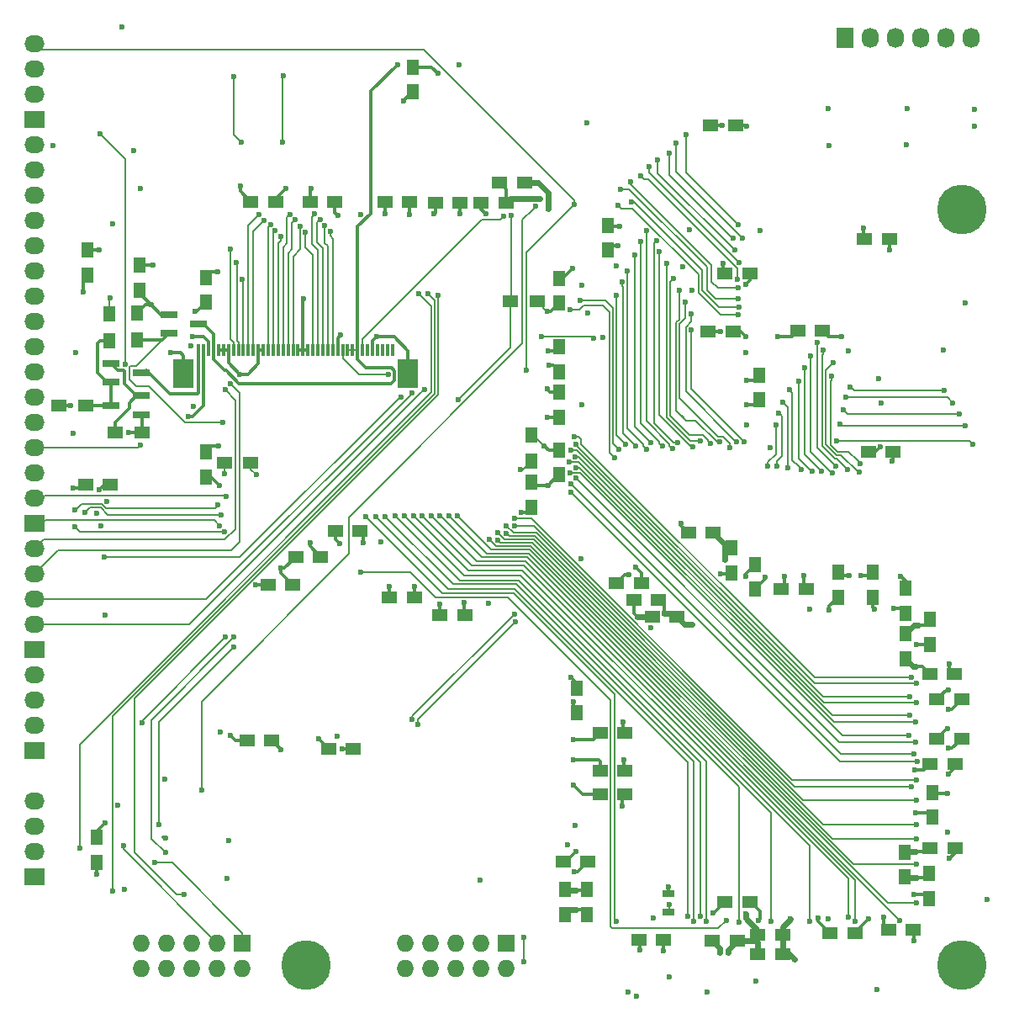
<source format=gbl>
G04 #@! TF.FileFunction,Copper,L4,Bot,Signal*
%FSLAX46Y46*%
G04 Gerber Fmt 4.6, Leading zero omitted, Abs format (unit mm)*
G04 Created by KiCad (PCBNEW 0.201602281447+6595~42~ubuntu14.04.1-product) date fre  4 mar 2016 01:41:54*
%MOMM*%
G01*
G04 APERTURE LIST*
%ADD10C,0.100000*%
%ADD11C,5.000000*%
%ADD12R,1.727200X1.727200*%
%ADD13O,1.727200X1.727200*%
%ADD14R,0.300000X1.250000*%
%ADD15R,2.000000X3.000000*%
%ADD16R,1.800860X0.800100*%
%ADD17R,2.032000X1.727200*%
%ADD18O,2.032000X1.727200*%
%ADD19R,1.727200X2.032000*%
%ADD20O,1.727200X2.032000*%
%ADD21R,1.300000X1.500000*%
%ADD22R,1.500000X1.300000*%
%ADD23R,1.300000X0.700000*%
%ADD24R,1.250000X1.500000*%
%ADD25R,1.500000X1.250000*%
%ADD26C,0.600000*%
%ADD27C,0.304800*%
%ADD28C,0.165100*%
%ADD29C,0.609600*%
G04 APERTURE END LIST*
D10*
D11*
X115000000Y-146000000D03*
X181000000Y-70000000D03*
D12*
X108600000Y-143800000D03*
D13*
X108600000Y-146340000D03*
X106060000Y-143800000D03*
X106060000Y-146340000D03*
X103520000Y-143800000D03*
X103520000Y-146340000D03*
X100980000Y-143800000D03*
X100980000Y-146340000D03*
X98440000Y-143800000D03*
X98440000Y-146340000D03*
D12*
X135180000Y-143800000D03*
D13*
X135180000Y-146340000D03*
X132640000Y-143800000D03*
X132640000Y-146340000D03*
X130100000Y-143800000D03*
X130100000Y-146340000D03*
X127560000Y-143800000D03*
X127560000Y-146340000D03*
X125020000Y-143800000D03*
X125020000Y-146340000D03*
D14*
X104190000Y-84175000D03*
X104690000Y-84175000D03*
X105190000Y-84175000D03*
X105690000Y-84175000D03*
X106190000Y-84175000D03*
X106690000Y-84175000D03*
X107190000Y-84175000D03*
X107690000Y-84175000D03*
X108190000Y-84175000D03*
X108690000Y-84175000D03*
X109190000Y-84175000D03*
X109690000Y-84175000D03*
X110190000Y-84175000D03*
X110690000Y-84175000D03*
X111190000Y-84175000D03*
X111690000Y-84175000D03*
X112190000Y-84175000D03*
X112690000Y-84175000D03*
X113190000Y-84175000D03*
X113690000Y-84175000D03*
X114190000Y-84175000D03*
X114690000Y-84175000D03*
X115190000Y-84175000D03*
X115690000Y-84175000D03*
X116190000Y-84175000D03*
X116690000Y-84175000D03*
X117190000Y-84175000D03*
X117690000Y-84175000D03*
X118190000Y-84175000D03*
X118690000Y-84175000D03*
X119190000Y-84175000D03*
X119690000Y-84175000D03*
X120190000Y-84175000D03*
X120690000Y-84175000D03*
X121190000Y-84175000D03*
X121690000Y-84175000D03*
X122190000Y-84175000D03*
X122690000Y-84175000D03*
X123190000Y-84175000D03*
X123690000Y-84175000D03*
D15*
X125230000Y-86500000D03*
X102650000Y-86500000D03*
D16*
X98401140Y-88750000D03*
X98401140Y-90650000D03*
X95398860Y-89700000D03*
X95398860Y-87350000D03*
X95398860Y-85450000D03*
X98401140Y-86400000D03*
D17*
X87630000Y-124460000D03*
D18*
X87630000Y-121920000D03*
X87630000Y-119380000D03*
X87630000Y-116840000D03*
D17*
X87630000Y-137160000D03*
D18*
X87630000Y-134620000D03*
X87630000Y-132080000D03*
X87630000Y-129540000D03*
D17*
X87630000Y-101600000D03*
D18*
X87630000Y-99060000D03*
X87630000Y-96520000D03*
X87630000Y-93980000D03*
X87630000Y-91440000D03*
X87630000Y-88900000D03*
X87630000Y-86360000D03*
X87630000Y-83820000D03*
X87630000Y-81280000D03*
X87630000Y-78740000D03*
X87630000Y-76200000D03*
X87630000Y-73660000D03*
X87630000Y-71120000D03*
X87630000Y-68580000D03*
X87630000Y-66040000D03*
X87630000Y-63500000D03*
D19*
X169250000Y-52750000D03*
D20*
X171790000Y-52750000D03*
X174330000Y-52750000D03*
X176870000Y-52750000D03*
X179410000Y-52750000D03*
X181950000Y-52750000D03*
D21*
X95200000Y-83200000D03*
X95200000Y-80500000D03*
D22*
X92850000Y-89700000D03*
X90150000Y-89700000D03*
X95750000Y-92400000D03*
X98450000Y-92400000D03*
D21*
X98000000Y-80450000D03*
X98000000Y-83150000D03*
D17*
X87630000Y-60960000D03*
D18*
X87630000Y-58420000D03*
X87630000Y-55880000D03*
X87630000Y-53340000D03*
D23*
X151500000Y-140700000D03*
X151500000Y-138800000D03*
D16*
X101198860Y-82450000D03*
X101198860Y-80550000D03*
X104201140Y-81500000D03*
D24*
X93950000Y-133200000D03*
X93950000Y-135700000D03*
D25*
X92800000Y-97650000D03*
X95300000Y-97650000D03*
D24*
X125750000Y-55650000D03*
X125750000Y-58150000D03*
X92950000Y-76600000D03*
X92950000Y-74100000D03*
X98250000Y-78100000D03*
X98250000Y-75600000D03*
D25*
X155750000Y-61500000D03*
X158250000Y-61500000D03*
X155500000Y-82300000D03*
X158000000Y-82300000D03*
D24*
X145400000Y-74100000D03*
X145400000Y-71600000D03*
D25*
X157200000Y-76450000D03*
X159700000Y-76450000D03*
X171250000Y-73000000D03*
X173750000Y-73000000D03*
X167000000Y-82200000D03*
X164500000Y-82200000D03*
X171600000Y-94350000D03*
X174100000Y-94350000D03*
D24*
X160600000Y-89150000D03*
X160600000Y-86650000D03*
D25*
X119750000Y-124250000D03*
X117250000Y-124250000D03*
X109050000Y-123450000D03*
X111550000Y-123450000D03*
X122950000Y-69200000D03*
X125450000Y-69200000D03*
X137000000Y-67300000D03*
X134500000Y-67300000D03*
X111950000Y-69200000D03*
X109450000Y-69200000D03*
D24*
X104900000Y-94400000D03*
X104900000Y-96900000D03*
X140450000Y-79400000D03*
X140450000Y-76900000D03*
X140500000Y-86300000D03*
X140500000Y-83800000D03*
D25*
X115400000Y-69250000D03*
X117900000Y-69250000D03*
X113650000Y-107750000D03*
X111150000Y-107750000D03*
X113950000Y-104950000D03*
X116450000Y-104950000D03*
D24*
X104900000Y-76850000D03*
X104900000Y-79350000D03*
X140500000Y-88400000D03*
X140500000Y-90900000D03*
X140500000Y-94200000D03*
X140500000Y-96700000D03*
D25*
X128000000Y-69300000D03*
X130500000Y-69300000D03*
X120450000Y-102350000D03*
X117950000Y-102350000D03*
X135150000Y-69300000D03*
X132650000Y-69300000D03*
X123400000Y-109000000D03*
X125900000Y-109000000D03*
D24*
X137700000Y-97450000D03*
X137700000Y-99950000D03*
D25*
X128500000Y-110800000D03*
X131000000Y-110800000D03*
X146250000Y-107550000D03*
X148750000Y-107550000D03*
D24*
X143250000Y-138450000D03*
X143250000Y-140950000D03*
D25*
X153500000Y-102550000D03*
X156000000Y-102550000D03*
X148000000Y-109250000D03*
X150500000Y-109250000D03*
X143400000Y-135600000D03*
X140900000Y-135600000D03*
X181000000Y-119300000D03*
X178500000Y-119300000D03*
X144600000Y-128850000D03*
X147100000Y-128850000D03*
D24*
X142250000Y-120650000D03*
X142250000Y-118150000D03*
X157800000Y-104050000D03*
X157800000Y-106550000D03*
X160200000Y-108200000D03*
X160200000Y-105700000D03*
D25*
X165350000Y-108150000D03*
X162850000Y-108150000D03*
X147100000Y-126500000D03*
X144600000Y-126500000D03*
X173650000Y-142450000D03*
X176150000Y-142450000D03*
X160500000Y-142950000D03*
X163000000Y-142950000D03*
X144600000Y-122700000D03*
X147100000Y-122700000D03*
X148500000Y-143450000D03*
X151000000Y-143450000D03*
X181000000Y-123250000D03*
X178500000Y-123250000D03*
X170250000Y-142800000D03*
X167750000Y-142800000D03*
D24*
X168600000Y-109000000D03*
X168600000Y-106500000D03*
X177750000Y-139300000D03*
X177750000Y-136800000D03*
X178050000Y-131150000D03*
X178050000Y-128650000D03*
X172050000Y-106500000D03*
X172050000Y-109000000D03*
D25*
X157200000Y-139650000D03*
X159700000Y-139650000D03*
X177850000Y-125800000D03*
X180350000Y-125800000D03*
X180300000Y-116750000D03*
X177800000Y-116750000D03*
D24*
X177800000Y-111250000D03*
X177800000Y-113750000D03*
D25*
X155900000Y-143600000D03*
X158400000Y-143600000D03*
X180350000Y-134250000D03*
X177850000Y-134250000D03*
D24*
X175350000Y-110600000D03*
X175350000Y-108100000D03*
D25*
X149850000Y-110950000D03*
X152350000Y-110950000D03*
D24*
X175250000Y-134650000D03*
X175250000Y-137150000D03*
D25*
X160500000Y-144950000D03*
X163000000Y-144950000D03*
D24*
X175350000Y-115200000D03*
X175350000Y-112700000D03*
X141100000Y-138450000D03*
X141100000Y-140950000D03*
D17*
X87630000Y-114300000D03*
D18*
X87630000Y-111760000D03*
X87630000Y-109220000D03*
X87630000Y-106680000D03*
X87630000Y-104140000D03*
D21*
X137700000Y-92650000D03*
X137700000Y-95350000D03*
D22*
X109450000Y-95500000D03*
X106750000Y-95500000D03*
X135550000Y-79200000D03*
X138250000Y-79200000D03*
D11*
X181000000Y-146000000D03*
D26*
X97100000Y-92400000D03*
X164150000Y-145400000D03*
X160585936Y-141521369D03*
X149750000Y-112040160D03*
X148594127Y-144488157D03*
X139335614Y-90900799D03*
X123400000Y-107950000D03*
X118400000Y-103600000D03*
X159300000Y-77550000D03*
X159400000Y-61600000D03*
X159250000Y-82750000D03*
X174050000Y-95350000D03*
X173800000Y-74050000D03*
X116250000Y-123250000D03*
X112500000Y-124350000D03*
X93950000Y-136850000D03*
X124800000Y-59050000D03*
X99550000Y-75600000D03*
X94156070Y-74101214D03*
X94150000Y-98150000D03*
X175450000Y-63475000D03*
X175500000Y-59800000D03*
X93949996Y-100600000D03*
X108400000Y-67650000D03*
X101350000Y-84402330D03*
X103600000Y-82750000D03*
X108300000Y-86550000D03*
X118500000Y-82600000D03*
X122100000Y-82800000D03*
X114750000Y-78950000D03*
X159350000Y-87200000D03*
X162500000Y-82750000D03*
X103650002Y-89800000D03*
X97650000Y-64100000D03*
X100850000Y-133250000D03*
X133400000Y-109650000D03*
X128450000Y-109700000D03*
X139300000Y-80200000D03*
X115500000Y-67900000D03*
X98350000Y-67900000D03*
X91800000Y-84350000D03*
X151450000Y-138150000D03*
X141950000Y-119500000D03*
X157150000Y-105250000D03*
X159350000Y-91650000D03*
X143350000Y-80450000D03*
X146250000Y-75700000D03*
X153850000Y-78150000D03*
X172900000Y-89500000D03*
X169650000Y-84200000D03*
X181350000Y-79400000D03*
X130400000Y-55450000D03*
X143300000Y-61300000D03*
X146600000Y-71700000D03*
X160750000Y-72100000D03*
X96450000Y-51650000D03*
X91300000Y-89750000D03*
X91550000Y-92500000D03*
X122500000Y-103400000D03*
X139350000Y-97750000D03*
X142750000Y-89600000D03*
X103850000Y-80250000D03*
X176200000Y-143600000D03*
X167550000Y-141350000D03*
X163800000Y-141400000D03*
X156650000Y-144750000D03*
X150000000Y-141250000D03*
X142150000Y-140450000D03*
X142050000Y-136650000D03*
X141300000Y-133900000D03*
X142100000Y-132000000D03*
X141900000Y-127900000D03*
X141950000Y-125400000D03*
X141900000Y-123350000D03*
X142650000Y-105150000D03*
X148150000Y-105950000D03*
X151100000Y-110650000D03*
X153900000Y-111700000D03*
X159250000Y-106900000D03*
X163150000Y-106950000D03*
X161700000Y-94000000D03*
X165750000Y-110250000D03*
X167700000Y-110300000D03*
X172250000Y-110250000D03*
X174200000Y-110150000D03*
X176600000Y-111850000D03*
X179750000Y-115700000D03*
X179700000Y-120300000D03*
X179700000Y-124200000D03*
X179700000Y-126800000D03*
X179600000Y-128750000D03*
X179600000Y-132650000D03*
X179800000Y-135300000D03*
X176500000Y-137200000D03*
X171600000Y-141400000D03*
X172500000Y-148500000D03*
X148300000Y-149200000D03*
X155400000Y-148700000D03*
X138500000Y-68900000D03*
X125400000Y-70500000D03*
X120500000Y-70500000D03*
X106300000Y-97800000D03*
X112500000Y-106100000D03*
X139427919Y-85654061D03*
X118100000Y-123000000D03*
X106400000Y-122600000D03*
X144900000Y-82900000D03*
X130500000Y-70400000D03*
X95500000Y-71400000D03*
X128300000Y-56300000D03*
X139265660Y-88056720D03*
X94747080Y-110782100D03*
X94361000Y-101818440D03*
X152750000Y-101550000D03*
X141650000Y-117050000D03*
X118600000Y-124250000D03*
X136650000Y-100450000D03*
X157000000Y-75400000D03*
X182350000Y-61600000D03*
X182350000Y-59900000D03*
X167550000Y-59800000D03*
X167650000Y-63575000D03*
X94950238Y-99348204D03*
X96047670Y-129900000D03*
X109937261Y-107787261D03*
X142778798Y-77600055D03*
X141850000Y-75900000D03*
X89550000Y-63600000D03*
X91550000Y-98050000D03*
X103400000Y-83700000D03*
X125900000Y-107900000D03*
X130950000Y-109550000D03*
X120750000Y-103550000D03*
X112950000Y-67900000D03*
X157500000Y-144750000D03*
X172700000Y-87000000D03*
X159400000Y-89650000D03*
X153600000Y-72000000D03*
X172800000Y-93850000D03*
X146450000Y-73650000D03*
X156950000Y-61500000D03*
X152900000Y-75750000D03*
X115400000Y-103500000D03*
X139000000Y-93750000D03*
X139350000Y-84250000D03*
X106100000Y-76250000D03*
X106200000Y-93750000D03*
X147550000Y-106750000D03*
X151600000Y-147200000D03*
X100800000Y-127300000D03*
X123000000Y-70400000D03*
X118200000Y-70600000D03*
X127900000Y-70400000D03*
X171100000Y-71900000D03*
X168900000Y-82800000D03*
X156700000Y-82300000D03*
X159300000Y-84400000D03*
X166600000Y-141300000D03*
X173200000Y-141200000D03*
X176200000Y-138900000D03*
X176400000Y-134600000D03*
X176400000Y-130700000D03*
X176300000Y-126400000D03*
X179600000Y-122200000D03*
X179700000Y-118300000D03*
X176400000Y-116000000D03*
X176500000Y-113800000D03*
X174900000Y-106900000D03*
X170900000Y-106800000D03*
X169700000Y-106800000D03*
X165100000Y-106800000D03*
X161200000Y-107000000D03*
X156700000Y-106700000D03*
X148400000Y-111000000D03*
X146900000Y-121600000D03*
X147000000Y-125400000D03*
X146800000Y-130000000D03*
X142200000Y-134600000D03*
X142200000Y-138500000D03*
X151000000Y-144600000D03*
X156000000Y-140800000D03*
X159300000Y-140900000D03*
X96700000Y-138400000D03*
X94800000Y-131700000D03*
X107200000Y-133500000D03*
X107000000Y-137300000D03*
X132500000Y-137500000D03*
X147400000Y-148700000D03*
X160300000Y-147600000D03*
X183600000Y-139400000D03*
X179200000Y-84100000D03*
X92600000Y-78300000D03*
X99400000Y-79600000D03*
X139400000Y-69900000D03*
X133126811Y-70452329D03*
X107364512Y-122913308D03*
X110000000Y-96700000D03*
X141708540Y-97637130D03*
X176229378Y-124805319D03*
X142191755Y-97043918D03*
X176400000Y-123550000D03*
X141624492Y-96478152D03*
X175700000Y-122900000D03*
X141700000Y-98450000D03*
X176550000Y-125500000D03*
X142214417Y-95948596D03*
X176400000Y-121600000D03*
X141518099Y-95380704D03*
X175750000Y-120900000D03*
X142110594Y-94853274D03*
X176500000Y-119650000D03*
X141680370Y-94220579D03*
X175750000Y-119000000D03*
X142164470Y-93628091D03*
X176500000Y-117700000D03*
X142000000Y-92850000D03*
X175950000Y-117050000D03*
X181400000Y-91750000D03*
X168738654Y-91548990D03*
X180750000Y-90550000D03*
X169068865Y-90129177D03*
X180100000Y-89450000D03*
X169316536Y-88909358D03*
X169784898Y-87842159D03*
X179250000Y-88200000D03*
X168408443Y-93276864D03*
X182150000Y-93600000D03*
X149752107Y-93482752D03*
X148092593Y-74552330D03*
X149250000Y-94100000D03*
X147371060Y-76152330D03*
X152400000Y-93450000D03*
X150319668Y-73104679D03*
X150858498Y-93796601D03*
X148700000Y-73247670D03*
X151900000Y-94050000D03*
X149255075Y-72152330D03*
X151300000Y-75447670D03*
X154701392Y-93246751D03*
X153950000Y-93850000D03*
X150600000Y-74200000D03*
X152000000Y-76947670D03*
X155750000Y-93550000D03*
X157650000Y-94000000D03*
X153200000Y-79300000D03*
X156650000Y-93400000D03*
X152600000Y-78100000D03*
X158315340Y-93378551D03*
X153787743Y-80498639D03*
X162624287Y-90452330D03*
X162391600Y-95801120D03*
X159129616Y-93369661D03*
X153787733Y-82098637D03*
X162315106Y-91647670D03*
X161513971Y-95858944D03*
X170800000Y-95550000D03*
X167900021Y-86746829D03*
X169532560Y-96164613D03*
X167100000Y-84100000D03*
X170750000Y-96450000D03*
X168100000Y-85400000D03*
X168350000Y-95850000D03*
X166500000Y-83400000D03*
X167971787Y-96515095D03*
X165812725Y-84759329D03*
X166900000Y-96300000D03*
X165234844Y-85947670D03*
X164900000Y-96150000D03*
X163670244Y-88152330D03*
X165950000Y-96350000D03*
X164632622Y-87253302D03*
X163550000Y-95950000D03*
X162992610Y-89367257D03*
X142613606Y-79172104D03*
X146500000Y-94150000D03*
X148200000Y-93800000D03*
X146800000Y-77247670D03*
X147150000Y-93600000D03*
X146277844Y-78632424D03*
X146050000Y-94999998D03*
X141593008Y-80077908D03*
X130300000Y-89100000D03*
X124532577Y-88858069D03*
X94700000Y-105000000D03*
X135700000Y-70547782D03*
X147734260Y-69247670D03*
X158562254Y-79787746D03*
X146653044Y-67952330D03*
X158550000Y-78950000D03*
X147689530Y-67183998D03*
X158500000Y-77900000D03*
X148710055Y-66644842D03*
X158450000Y-77000000D03*
X158612261Y-75337739D03*
X149539952Y-65710047D03*
X150416924Y-65001973D03*
X158150000Y-74100000D03*
X158000000Y-72900000D03*
X151600000Y-64350000D03*
X158950000Y-72900000D03*
X152250000Y-63300000D03*
X158500000Y-71500000D03*
X153300000Y-62500000D03*
X92200000Y-134250000D03*
X126350000Y-78500000D03*
X95500000Y-138550000D03*
X127250000Y-78500000D03*
X143968695Y-82959246D03*
X138700000Y-82750000D03*
X138141028Y-69669920D03*
X104500000Y-128450000D03*
X100850000Y-134700000D03*
X107750000Y-113050000D03*
X106800000Y-96600000D03*
X126300000Y-121800000D03*
X136100000Y-111500000D03*
X121000000Y-100900000D03*
X146200000Y-141600000D03*
X98350000Y-93700000D03*
X122000000Y-100900000D03*
X153400000Y-141100000D03*
X123000000Y-100900000D03*
X154000000Y-141600000D03*
X124000000Y-100800000D03*
X154700000Y-141100000D03*
X124900000Y-100800000D03*
X155300000Y-141600000D03*
X123294979Y-86568996D03*
X137200000Y-86200000D03*
X142050000Y-69500000D03*
X158550000Y-80600000D03*
X146443331Y-69577881D03*
X125800000Y-100800000D03*
X158600000Y-141700000D03*
X126700000Y-100800000D03*
X161800000Y-141600000D03*
X127600000Y-100800000D03*
X165700000Y-141600000D03*
X128500000Y-100800000D03*
X169600000Y-141200000D03*
X129400000Y-100800000D03*
X170300000Y-141600000D03*
X130200000Y-100800000D03*
X174800000Y-141500000D03*
X176500000Y-139800000D03*
X133476728Y-103223777D03*
X176500000Y-135900000D03*
X134294404Y-103266944D03*
X176500000Y-131900000D03*
X135188238Y-102611762D03*
X176500000Y-133300000D03*
X134300984Y-102499016D03*
X176500000Y-129400000D03*
X135183543Y-101832559D03*
X176000000Y-128100000D03*
X135995298Y-101869805D03*
X176500000Y-127400000D03*
X136000000Y-101100000D03*
X106773980Y-102438200D03*
X91750000Y-101950000D03*
X91750000Y-100250000D03*
X106150000Y-99750000D03*
X92735400Y-100469700D03*
X106450000Y-100700000D03*
X107350002Y-73950000D03*
X107950000Y-75350000D03*
X108600000Y-77050000D03*
X110292026Y-70484889D03*
X110782812Y-71071852D03*
X111402330Y-71520844D03*
X111902330Y-72150000D03*
X112450000Y-72700000D03*
X113387660Y-70483863D03*
X113902330Y-71050000D03*
X114402330Y-71650000D03*
X114950000Y-72300000D03*
X115887660Y-70433863D03*
X116402330Y-71000000D03*
X116902330Y-71600000D03*
X117450000Y-72200000D03*
X107750000Y-56650000D03*
X108500000Y-63200000D03*
X112750000Y-56500000D03*
X112600000Y-63200000D03*
X103150000Y-90800000D03*
X106304080Y-101797660D03*
X106967020Y-98844100D03*
X124200000Y-55400000D03*
X134900000Y-70700000D03*
X94250000Y-62400000D03*
X96773996Y-85536422D03*
X95300000Y-78900000D03*
X106650000Y-91400000D03*
X98450000Y-121650000D03*
X106850000Y-113050000D03*
X99799998Y-135700000D03*
X100150000Y-131900000D03*
X107700000Y-114000000D03*
X125700000Y-121300000D03*
X136000000Y-110700000D03*
X128300000Y-78600000D03*
X102700000Y-138900000D03*
X157300000Y-141526600D03*
X120500000Y-106500000D03*
X136900000Y-143200000D03*
X136900000Y-145650000D03*
X96599998Y-134000000D03*
X151550000Y-139950000D03*
X106834940Y-88140540D03*
X107363260Y-87541100D03*
X125700000Y-88465154D03*
X126900002Y-88100000D03*
X136600000Y-96200000D03*
D27*
X97100000Y-92400000D02*
X98450000Y-92400000D01*
D28*
X139300000Y-80200000D02*
X139250000Y-80200000D01*
X139250000Y-80200000D02*
X138250000Y-79200000D01*
D29*
X156650000Y-144750000D02*
X156650000Y-144350000D01*
X156650000Y-144350000D02*
X155900000Y-143600000D01*
X163000000Y-144950000D02*
X163700000Y-144950000D01*
X163700000Y-144950000D02*
X164150000Y-145400000D01*
X163000000Y-142950000D02*
X163000000Y-142200000D01*
X163000000Y-142200000D02*
X163800000Y-141400000D01*
X163000000Y-142950000D02*
X163000000Y-144950000D01*
D27*
X160754800Y-141352505D02*
X160585936Y-141521369D01*
X159825000Y-139650000D02*
X160754800Y-140579800D01*
X159700000Y-139650000D02*
X159825000Y-139650000D01*
X160754800Y-140579800D02*
X160754800Y-141352505D01*
X150500000Y-109250000D02*
X151100000Y-109850000D01*
X151100000Y-109850000D02*
X151100000Y-110650000D01*
D29*
X153900000Y-111700000D02*
X153100000Y-111700000D01*
X153100000Y-111700000D02*
X152350000Y-110950000D01*
X151100000Y-110650000D02*
X152050000Y-110650000D01*
X152050000Y-110650000D02*
X152350000Y-110950000D01*
X157150000Y-105250000D02*
X157150000Y-103700000D01*
X157150000Y-103700000D02*
X156000000Y-102550000D01*
X176500000Y-137200000D02*
X175300000Y-137200000D01*
X175300000Y-137200000D02*
X175250000Y-137150000D01*
X142150000Y-140450000D02*
X141600000Y-140450000D01*
X141600000Y-140450000D02*
X141100000Y-140950000D01*
X176600000Y-111850000D02*
X176200000Y-111850000D01*
X176200000Y-111850000D02*
X175350000Y-112700000D01*
D27*
X163150000Y-106950000D02*
X163150000Y-107850000D01*
X163150000Y-107850000D02*
X162850000Y-108150000D01*
X167700000Y-110300000D02*
X167700000Y-109900000D01*
X167700000Y-109900000D02*
X168600000Y-109000000D01*
X172050000Y-109000000D02*
X172050000Y-110050000D01*
X172050000Y-110050000D02*
X172250000Y-110250000D01*
X174200000Y-110150000D02*
X174900000Y-110150000D01*
X174900000Y-110150000D02*
X175350000Y-110600000D01*
X159250000Y-106900000D02*
X159250000Y-106650000D01*
X159250000Y-106650000D02*
X160200000Y-105700000D01*
X157150000Y-105250000D02*
X157150000Y-104700000D01*
X157150000Y-104700000D02*
X157800000Y-104050000D01*
X148150000Y-105950000D02*
X148750000Y-106550000D01*
X148750000Y-106550000D02*
X148750000Y-107550000D01*
X141950000Y-119500000D02*
X141950000Y-120350000D01*
X141950000Y-120350000D02*
X142250000Y-120650000D01*
X148594127Y-144488157D02*
X148594127Y-143544127D01*
X148594127Y-143544127D02*
X148500000Y-143450000D01*
X170250000Y-142800000D02*
X170250000Y-142750000D01*
X170250000Y-142750000D02*
X171600000Y-141400000D01*
X176200000Y-143600000D02*
X176200000Y-142500000D01*
X176200000Y-142500000D02*
X176150000Y-142450000D01*
X142150000Y-140450000D02*
X142750000Y-140450000D01*
X142750000Y-140450000D02*
X143250000Y-140950000D01*
X142050000Y-136650000D02*
X142350000Y-136650000D01*
X142350000Y-136650000D02*
X143400000Y-135600000D01*
X144600000Y-128850000D02*
X142850000Y-128850000D01*
X142850000Y-128850000D02*
X141900000Y-127900000D01*
X141950000Y-125400000D02*
X144429800Y-125400000D01*
X144429800Y-125400000D02*
X144600000Y-125570200D01*
X144600000Y-125570200D02*
X144600000Y-126500000D01*
X141900000Y-123350000D02*
X143950000Y-123350000D01*
X143950000Y-123350000D02*
X144600000Y-122700000D01*
X176600000Y-111850000D02*
X177200000Y-111850000D01*
X177200000Y-111850000D02*
X177800000Y-111250000D01*
X179750000Y-115700000D02*
X179750000Y-116200000D01*
X179750000Y-116200000D02*
X180300000Y-116750000D01*
X179700000Y-120300000D02*
X180000000Y-120300000D01*
X180000000Y-120300000D02*
X181000000Y-119300000D01*
X179700000Y-124200000D02*
X180050000Y-124200000D01*
X180050000Y-124200000D02*
X181000000Y-123250000D01*
X180350000Y-125800000D02*
X180350000Y-126150000D01*
X180350000Y-126150000D02*
X179700000Y-126800000D01*
X179600000Y-128750000D02*
X178150000Y-128750000D01*
X178150000Y-128750000D02*
X178050000Y-128650000D01*
X180350000Y-134250000D02*
X180350000Y-134750000D01*
X180350000Y-134750000D02*
X179800000Y-135300000D01*
X176500000Y-137200000D02*
X177350000Y-137200000D01*
X177350000Y-137200000D02*
X177750000Y-136800000D01*
X103850000Y-80250000D02*
X104000000Y-80250000D01*
X104000000Y-80250000D02*
X104900000Y-79350000D01*
X104900000Y-96900000D02*
X105400000Y-96900000D01*
X105400000Y-96900000D02*
X106300000Y-97800000D01*
X108400000Y-67650000D02*
X108400000Y-68150000D01*
X108400000Y-68150000D02*
X109450000Y-69200000D01*
X115400000Y-69250000D02*
X115400000Y-68000000D01*
X115400000Y-68000000D02*
X115500000Y-67900000D01*
X125450000Y-69200000D02*
X125450000Y-70450000D01*
X125450000Y-70450000D02*
X125400000Y-70500000D01*
X130500000Y-69300000D02*
X130500000Y-70400000D01*
D29*
X135550000Y-68900000D02*
X135150000Y-69300000D01*
X138500000Y-68900000D02*
X135550000Y-68900000D01*
D27*
X135150000Y-69300000D02*
X135150000Y-67950000D01*
X135150000Y-67950000D02*
X134500000Y-67300000D01*
X139300000Y-80200000D02*
X139650000Y-80200000D01*
X139650000Y-80200000D02*
X140450000Y-79400000D01*
X139427919Y-85654061D02*
X139854061Y-85654061D01*
X139854061Y-85654061D02*
X140500000Y-86300000D01*
X140500000Y-90900000D02*
X139336413Y-90900000D01*
X139336413Y-90900000D02*
X139335614Y-90900799D01*
X140500000Y-96700000D02*
X140400000Y-96700000D01*
X140400000Y-96700000D02*
X139350000Y-97750000D01*
X139350000Y-97750000D02*
X138000000Y-97750000D01*
X138000000Y-97750000D02*
X137700000Y-97450000D01*
X128450000Y-109700000D02*
X128450000Y-110750000D01*
X128450000Y-110750000D02*
X128500000Y-110800000D01*
X123400000Y-109000000D02*
X123400000Y-107950000D01*
X117950000Y-102350000D02*
X117950000Y-103150000D01*
X117950000Y-103150000D02*
X118400000Y-103600000D01*
X112500000Y-106100000D02*
X112800000Y-106100000D01*
X112800000Y-106100000D02*
X113950000Y-104950000D01*
X112500000Y-106100000D02*
X112500000Y-106600000D01*
X112500000Y-106600000D02*
X113650000Y-107750000D01*
X159700000Y-76450000D02*
X159700000Y-77150000D01*
X159700000Y-77150000D02*
X159300000Y-77550000D01*
X158250000Y-61500000D02*
X159300000Y-61500000D01*
X159300000Y-61500000D02*
X159400000Y-61600000D01*
X158000000Y-82300000D02*
X158800000Y-82300000D01*
X158800000Y-82300000D02*
X159250000Y-82750000D01*
X146600000Y-71700000D02*
X145500000Y-71700000D01*
X145500000Y-71700000D02*
X145400000Y-71600000D01*
X174100000Y-94350000D02*
X174100000Y-95300000D01*
X174100000Y-95300000D02*
X174050000Y-95350000D01*
X173750000Y-73000000D02*
X173750000Y-74000000D01*
X173750000Y-74000000D02*
X173800000Y-74050000D01*
X159350000Y-87200000D02*
X160050000Y-87200000D01*
X160050000Y-87200000D02*
X160600000Y-86650000D01*
X162500000Y-82750000D02*
X163950000Y-82750000D01*
X163950000Y-82750000D02*
X164500000Y-82200000D01*
X117250000Y-124250000D02*
X116250000Y-123250000D01*
X111550000Y-123450000D02*
X111600000Y-123450000D01*
X111600000Y-123450000D02*
X112500000Y-124350000D01*
X93950000Y-135700000D02*
X93950000Y-136850000D01*
X125750000Y-58150000D02*
X125700000Y-58150000D01*
X125700000Y-58150000D02*
X124800000Y-59050000D01*
X98250000Y-75600000D02*
X99550000Y-75600000D01*
X92950000Y-74100000D02*
X94154856Y-74100000D01*
X94154856Y-74100000D02*
X94156070Y-74101214D01*
X95300000Y-97650000D02*
X94650000Y-97650000D01*
X94650000Y-97650000D02*
X94150000Y-98150000D01*
X102357130Y-84402330D02*
X101774264Y-84402330D01*
X101774264Y-84402330D02*
X101350000Y-84402330D01*
X102650000Y-86500000D02*
X102650000Y-84695200D01*
X102650000Y-84695200D02*
X102357130Y-84402330D01*
X105190000Y-84175000D02*
X105190000Y-83290000D01*
X104650000Y-82750000D02*
X103600000Y-82750000D01*
X105190000Y-83290000D02*
X104650000Y-82750000D01*
X110190000Y-84175000D02*
X110190000Y-85510000D01*
X109150000Y-86550000D02*
X108300000Y-86550000D01*
X110190000Y-85510000D02*
X109150000Y-86550000D01*
X107190000Y-84175000D02*
X107190000Y-85440000D01*
X107190000Y-85440000D02*
X108300000Y-86550000D01*
X106190000Y-84175000D02*
X106690000Y-84175000D01*
X106690000Y-84175000D02*
X107190000Y-84175000D01*
X110690000Y-84175000D02*
X110190000Y-84175000D01*
X118190000Y-84175000D02*
X118190000Y-82910000D01*
X118190000Y-82910000D02*
X118500000Y-82600000D01*
X122100000Y-82800000D02*
X123850000Y-82800000D01*
X125230000Y-84180000D02*
X125230000Y-86500000D01*
X123850000Y-82800000D02*
X125230000Y-84180000D01*
X121690000Y-84175000D02*
X121690000Y-83210000D01*
X121690000Y-83210000D02*
X122100000Y-82800000D01*
X114690000Y-84175000D02*
X114690000Y-79010000D01*
X114690000Y-79010000D02*
X114750000Y-78950000D01*
X115190000Y-84175000D02*
X114690000Y-84175000D01*
X114190000Y-84175000D02*
X114690000Y-84175000D01*
X100800000Y-133200000D02*
X100600000Y-133200000D01*
X100850000Y-133250000D02*
X100800000Y-133200000D01*
X151500000Y-138800000D02*
X151500000Y-138200000D01*
X151500000Y-138200000D02*
X151450000Y-138150000D01*
X90150000Y-89700000D02*
X91250000Y-89700000D01*
X91250000Y-89700000D02*
X91300000Y-89750000D01*
X98450000Y-92400000D02*
X98450000Y-90698860D01*
X98450000Y-90698860D02*
X98401140Y-90650000D01*
D28*
X139000000Y-93750000D02*
X137900000Y-92650000D01*
X137900000Y-92650000D02*
X137700000Y-92650000D01*
X109450000Y-95500000D02*
X109450000Y-96150000D01*
X109450000Y-96150000D02*
X110000000Y-96700000D01*
D27*
X125750000Y-55650000D02*
X127650000Y-55650000D01*
X127650000Y-55650000D02*
X128300000Y-56300000D01*
X139265660Y-88095460D02*
X139265660Y-88056720D01*
X139570200Y-88400000D02*
X139265660Y-88095460D01*
X140500000Y-88400000D02*
X139570200Y-88400000D01*
D29*
X160500000Y-142524264D02*
X160500000Y-142950000D01*
X159300000Y-140900000D02*
X159300000Y-141324264D01*
X159300000Y-141324264D02*
X160500000Y-142524264D01*
X159850000Y-143600000D02*
X160384600Y-143600000D01*
X160384600Y-143600000D02*
X160500000Y-143715400D01*
X160500000Y-143715400D02*
X160500000Y-144950000D01*
X158400000Y-143600000D02*
X159850000Y-143600000D01*
X159850000Y-143600000D02*
X160500000Y-142950000D01*
X157500000Y-144750000D02*
X157500000Y-144500000D01*
X157500000Y-144500000D02*
X158400000Y-143600000D01*
D27*
X148000000Y-109250000D02*
X148000000Y-110600000D01*
X148000000Y-110600000D02*
X148400000Y-111000000D01*
D29*
X148400000Y-111000000D02*
X149800000Y-111000000D01*
X149800000Y-111000000D02*
X149850000Y-110950000D01*
D27*
X152750000Y-101550000D02*
X152750000Y-101800000D01*
X152750000Y-101800000D02*
X153500000Y-102550000D01*
D29*
X176400000Y-134600000D02*
X175300000Y-134600000D01*
X175300000Y-134600000D02*
X175250000Y-134650000D01*
X142200000Y-138500000D02*
X141150000Y-138500000D01*
X141150000Y-138500000D02*
X141100000Y-138450000D01*
X176400000Y-116000000D02*
X176150000Y-116000000D01*
X176150000Y-116000000D02*
X175350000Y-115200000D01*
D27*
X165100000Y-106800000D02*
X165100000Y-107900000D01*
X165100000Y-107900000D02*
X165350000Y-108150000D01*
X169700000Y-106800000D02*
X168900000Y-106800000D01*
X168900000Y-106800000D02*
X168600000Y-106500000D01*
X170900000Y-106800000D02*
X171750000Y-106800000D01*
X171750000Y-106800000D02*
X172050000Y-106500000D01*
X175350000Y-108100000D02*
X175350000Y-107350000D01*
X175350000Y-107350000D02*
X174900000Y-106900000D01*
X161200000Y-107000000D02*
X161200000Y-107200000D01*
X161200000Y-107200000D02*
X160200000Y-108200000D01*
X156700000Y-106700000D02*
X157650000Y-106700000D01*
X157650000Y-106700000D02*
X157800000Y-106550000D01*
X147550000Y-106750000D02*
X147050000Y-106750000D01*
X147050000Y-106750000D02*
X146250000Y-107550000D01*
X142250000Y-117650000D02*
X141650000Y-117050000D01*
X142250000Y-118150000D02*
X142250000Y-117650000D01*
X151000000Y-143450000D02*
X151000000Y-144600000D01*
X156000000Y-140800000D02*
X156050000Y-140800000D01*
X156050000Y-140800000D02*
X157200000Y-139650000D01*
X158400000Y-143600000D02*
X158400000Y-143850000D01*
X166600000Y-141300000D02*
X166600000Y-141650000D01*
X166600000Y-141650000D02*
X167750000Y-142800000D01*
X173200000Y-141200000D02*
X173200000Y-142000000D01*
X173200000Y-142000000D02*
X173650000Y-142450000D01*
X142200000Y-138500000D02*
X143200000Y-138500000D01*
X143200000Y-138500000D02*
X143250000Y-138450000D01*
X140900000Y-135600000D02*
X141200000Y-135600000D01*
X141200000Y-135600000D02*
X142200000Y-134600000D01*
X147000000Y-125400000D02*
X147000000Y-126400000D01*
X147000000Y-126400000D02*
X147100000Y-126500000D01*
X146800000Y-130000000D02*
X146800000Y-129150000D01*
X146800000Y-129150000D02*
X147100000Y-128850000D01*
X146900000Y-121600000D02*
X146900000Y-122500000D01*
X146900000Y-122500000D02*
X147100000Y-122700000D01*
X176500000Y-113800000D02*
X177750000Y-113800000D01*
X177750000Y-113800000D02*
X177800000Y-113750000D01*
X176400000Y-116000000D02*
X177050000Y-116000000D01*
X177050000Y-116000000D02*
X177800000Y-116750000D01*
X179700000Y-118300000D02*
X179500000Y-118300000D01*
X179500000Y-118300000D02*
X178500000Y-119300000D01*
X179600000Y-122200000D02*
X179550000Y-122200000D01*
X179550000Y-122200000D02*
X178500000Y-123250000D01*
X176300000Y-126400000D02*
X177250000Y-126400000D01*
X177250000Y-126400000D02*
X177850000Y-125800000D01*
X176400000Y-130700000D02*
X177600000Y-130700000D01*
X177600000Y-130700000D02*
X178050000Y-131150000D01*
X176400000Y-134600000D02*
X177500000Y-134600000D01*
X177500000Y-134600000D02*
X177850000Y-134250000D01*
X176200000Y-138900000D02*
X177350000Y-138900000D01*
X177350000Y-138900000D02*
X177750000Y-139300000D01*
X111950000Y-69200000D02*
X111950000Y-68900000D01*
X111950000Y-68900000D02*
X112950000Y-67900000D01*
X117900000Y-69250000D02*
X117900000Y-70300000D01*
X117900000Y-70300000D02*
X118200000Y-70600000D01*
X122950000Y-69200000D02*
X122950000Y-70350000D01*
X122950000Y-70350000D02*
X123000000Y-70400000D01*
X128000000Y-69300000D02*
X128000000Y-70300000D01*
X128000000Y-70300000D02*
X127900000Y-70400000D01*
D29*
X137000000Y-67300000D02*
X138359600Y-67300000D01*
X139400000Y-69475736D02*
X139400000Y-69900000D01*
X138359600Y-67300000D02*
X139400000Y-68340400D01*
X139400000Y-68340400D02*
X139400000Y-69475736D01*
D27*
X132650000Y-69300000D02*
X132650000Y-69975518D01*
X132650000Y-69975518D02*
X133126811Y-70452329D01*
X140450000Y-76900000D02*
X140850000Y-76900000D01*
X140850000Y-76900000D02*
X141850000Y-75900000D01*
X139350000Y-84250000D02*
X140050000Y-84250000D01*
X140050000Y-84250000D02*
X140500000Y-83800000D01*
X119750000Y-124250000D02*
X118600000Y-124250000D01*
X140500000Y-94200000D02*
X139450000Y-94200000D01*
X139450000Y-94200000D02*
X139000000Y-93750000D01*
X136650000Y-100450000D02*
X137200000Y-100450000D01*
X137200000Y-100450000D02*
X137700000Y-99950000D01*
X130950000Y-109550000D02*
X130950000Y-110750000D01*
X130950000Y-110750000D02*
X131000000Y-110800000D01*
X125900000Y-107900000D02*
X125900000Y-109000000D01*
X120750000Y-103550000D02*
X120750000Y-102650000D01*
X120750000Y-102650000D02*
X120450000Y-102350000D01*
X115400000Y-103500000D02*
X115400000Y-103900000D01*
X115400000Y-103900000D02*
X116450000Y-104950000D01*
X109937261Y-107787261D02*
X111112739Y-107787261D01*
X111112739Y-107787261D02*
X111150000Y-107750000D01*
X106200000Y-93750000D02*
X105550000Y-93750000D01*
X105550000Y-93750000D02*
X104900000Y-94400000D01*
X106100000Y-76250000D02*
X105500000Y-76250000D01*
X105500000Y-76250000D02*
X104900000Y-76850000D01*
X157000000Y-75400000D02*
X157000000Y-76250000D01*
X157000000Y-76250000D02*
X157200000Y-76450000D01*
X155500000Y-82300000D02*
X156700000Y-82300000D01*
X156950000Y-61500000D02*
X155750000Y-61500000D01*
X146450000Y-73650000D02*
X145850000Y-73650000D01*
X145850000Y-73650000D02*
X145400000Y-74100000D01*
X171100000Y-71900000D02*
X171100000Y-72850000D01*
X171100000Y-72850000D02*
X171250000Y-73000000D01*
X171600000Y-94350000D02*
X172300000Y-94350000D01*
X172300000Y-94350000D02*
X172800000Y-93850000D01*
X159400000Y-89650000D02*
X160100000Y-89650000D01*
X160100000Y-89650000D02*
X160600000Y-89150000D01*
X168900000Y-82800000D02*
X167600000Y-82800000D01*
X167600000Y-82800000D02*
X167000000Y-82200000D01*
X109050000Y-123450000D02*
X107901204Y-123450000D01*
X107901204Y-123450000D02*
X107364512Y-122913308D01*
X126000000Y-55400000D02*
X125750000Y-55650000D01*
X93950000Y-133200000D02*
X93950000Y-132550000D01*
X93950000Y-132550000D02*
X94800000Y-131700000D01*
X91550000Y-98050000D02*
X92400000Y-98050000D01*
X92400000Y-98050000D02*
X92800000Y-97650000D01*
X98250000Y-78100000D02*
X98250000Y-78450000D01*
X98250000Y-78450000D02*
X99400000Y-79600000D01*
X92600000Y-78300000D02*
X92600000Y-76950000D01*
X92600000Y-76950000D02*
X92950000Y-76600000D01*
X101198860Y-80550000D02*
X100350000Y-80550000D01*
X100350000Y-80550000D02*
X99400000Y-79600000D01*
X99400000Y-79600000D02*
X98850000Y-79600000D01*
X98850000Y-79600000D02*
X98000000Y-80450000D01*
D28*
X176229378Y-124805319D02*
X168876729Y-124805319D01*
X168876729Y-124805319D02*
X142008539Y-97937129D01*
X142008539Y-97937129D02*
X141708540Y-97637130D01*
X168697837Y-123550000D02*
X142491754Y-97343917D01*
X142491754Y-97343917D02*
X142191755Y-97043918D01*
X176400000Y-123550000D02*
X168697837Y-123550000D01*
X142048756Y-96478152D02*
X141624492Y-96478152D01*
X169037726Y-122900000D02*
X142633992Y-96496266D01*
X142633992Y-96496266D02*
X142066870Y-96496266D01*
X142066870Y-96496266D02*
X142048756Y-96478152D01*
X175700000Y-122900000D02*
X169037726Y-122900000D01*
X141999999Y-98749999D02*
X141700000Y-98450000D01*
X168750000Y-125500000D02*
X141999999Y-98749999D01*
X176550000Y-125500000D02*
X168750000Y-125500000D01*
X168204714Y-121600000D02*
X142553310Y-95948596D01*
X142553310Y-95948596D02*
X142214417Y-95948596D01*
X176400000Y-121600000D02*
X168204714Y-121600000D01*
X142472646Y-95400944D02*
X141962603Y-95400944D01*
X141942363Y-95380704D02*
X141518099Y-95380704D01*
X167971702Y-120900000D02*
X142472646Y-95400944D01*
X175750000Y-120900000D02*
X167971702Y-120900000D01*
X141962603Y-95400944D02*
X141942363Y-95380704D01*
X142396609Y-94853274D02*
X142110594Y-94853274D01*
X167193335Y-119650000D02*
X142396609Y-94853274D01*
X176500000Y-119650000D02*
X167193335Y-119650000D01*
X175750000Y-119000000D02*
X167047682Y-119000000D01*
X142104634Y-94220579D02*
X141680370Y-94220579D01*
X167047682Y-119000000D02*
X142268261Y-94220579D01*
X142268261Y-94220579D02*
X142104634Y-94220579D01*
X166236379Y-117700000D02*
X142464469Y-93928090D01*
X176500000Y-117700000D02*
X166236379Y-117700000D01*
X142464469Y-93928090D02*
X142164470Y-93628091D01*
X166181468Y-117050000D02*
X142711601Y-93580133D01*
X142711601Y-93580133D02*
X142711601Y-93137337D01*
X175950000Y-117050000D02*
X166181468Y-117050000D01*
X142711601Y-93137337D02*
X142424264Y-92850000D01*
X142424264Y-92850000D02*
X142000000Y-92850000D01*
X181400000Y-91750000D02*
X168939664Y-91750000D01*
X168939664Y-91750000D02*
X168738654Y-91548990D01*
X180750000Y-90550000D02*
X169489688Y-90550000D01*
X169489688Y-90550000D02*
X169068865Y-90129177D01*
X180100000Y-89450000D02*
X179559358Y-88909358D01*
X179559358Y-88909358D02*
X169316536Y-88909358D01*
X179250000Y-88200000D02*
X170200000Y-88200000D01*
X170200000Y-88200000D02*
X169750000Y-87750000D01*
X182150000Y-93600000D02*
X181826864Y-93276864D01*
X181826864Y-93276864D02*
X168408443Y-93276864D01*
X148092593Y-91823238D02*
X148092593Y-74976594D01*
X148092593Y-74976594D02*
X148092593Y-74552330D01*
X149752107Y-93482752D02*
X148092593Y-91823238D01*
X148950001Y-93589475D02*
X148950001Y-93800001D01*
X147371060Y-92010534D02*
X148950001Y-93589475D01*
X147371060Y-76152330D02*
X147371060Y-92010534D01*
X148950001Y-93800001D02*
X149250000Y-94100000D01*
X150019669Y-91493933D02*
X151975736Y-93450000D01*
X150019669Y-73404678D02*
X150019669Y-91493933D01*
X151975736Y-93450000D02*
X152400000Y-93450000D01*
X150319668Y-73104679D02*
X150019669Y-73404678D01*
X150558499Y-93397975D02*
X150558499Y-93496602D01*
X148700000Y-91539476D02*
X150558499Y-93397975D01*
X150558499Y-93496602D02*
X150858498Y-93796601D01*
X148700000Y-73247670D02*
X148700000Y-91539476D01*
X151600001Y-93750001D02*
X151900000Y-94050000D01*
X151600001Y-93589475D02*
X151600001Y-93750001D01*
X149255075Y-72152330D02*
X149255075Y-91244549D01*
X149255075Y-91244549D02*
X151600001Y-93589475D01*
X154701392Y-93246751D02*
X153674265Y-93246751D01*
X151300000Y-75871934D02*
X151300000Y-75447670D01*
X151300000Y-90872486D02*
X151300000Y-75871934D01*
X153674265Y-93246751D02*
X151300000Y-90872486D01*
X150600000Y-74200000D02*
X150600000Y-90639474D01*
X150600000Y-90639474D02*
X153810526Y-93850000D01*
X153810526Y-93850000D02*
X153950000Y-93850000D01*
X151700001Y-90774265D02*
X151700001Y-77247669D01*
X155450001Y-93184834D02*
X154964266Y-92699099D01*
X153624835Y-92699099D02*
X151700001Y-90774265D01*
X155750000Y-93550000D02*
X155450001Y-93250001D01*
X154964266Y-92699099D02*
X153624835Y-92699099D01*
X155450001Y-93250001D02*
X155450001Y-93184834D01*
X151700001Y-77247669D02*
X152000000Y-76947670D01*
X152622137Y-88972137D02*
X156502348Y-92852348D01*
X156502348Y-92852348D02*
X156962874Y-92852348D01*
X153200000Y-80922486D02*
X152622137Y-81500349D01*
X152622137Y-81500349D02*
X152622137Y-88972137D01*
X153200000Y-79300000D02*
X153200000Y-80922486D01*
X156962874Y-92852348D02*
X157650000Y-93539474D01*
X157650000Y-93539474D02*
X157650000Y-93575736D01*
X157650000Y-93575736D02*
X157650000Y-94000000D01*
X153266567Y-91216567D02*
X154227093Y-91216567D01*
X154227093Y-91216567D02*
X156410526Y-93400000D01*
X156410526Y-93400000D02*
X156650000Y-93400000D01*
X152809819Y-90759819D02*
X153266567Y-91216567D01*
X152291926Y-81363572D02*
X152291926Y-90111561D01*
X153266567Y-91216567D02*
X152291926Y-90241926D01*
X152291926Y-90241926D02*
X152291926Y-90111561D01*
X152600000Y-78100000D02*
X152600000Y-81055498D01*
X152600000Y-81055498D02*
X152291926Y-81363572D01*
X153787743Y-80498639D02*
X153787743Y-81288103D01*
X153240082Y-81835764D02*
X153240082Y-88303293D01*
X153240082Y-88303293D02*
X158015341Y-93078552D01*
X153787743Y-81288103D02*
X153240082Y-81835764D01*
X158015341Y-93078552D02*
X158315340Y-93378551D01*
X162624287Y-90452330D02*
X162924286Y-90752329D01*
X162924286Y-94765190D02*
X162391600Y-95297876D01*
X162391600Y-95376856D02*
X162391600Y-95801120D01*
X162391600Y-95297876D02*
X162391600Y-95376856D01*
X162924286Y-90752329D02*
X162924286Y-94765190D01*
X153787733Y-82098637D02*
X153787733Y-88027778D01*
X158829617Y-93069662D02*
X159129616Y-93369661D01*
X153787733Y-88027778D02*
X158829617Y-93069662D01*
X162315106Y-91647670D02*
X162315106Y-94633545D01*
X162315106Y-94633545D02*
X161513971Y-95434680D01*
X161513971Y-95434680D02*
X161513971Y-95858944D01*
X167900021Y-86746829D02*
X167900021Y-87171093D01*
X169611715Y-94361715D02*
X170500001Y-95250001D01*
X167860792Y-93682316D02*
X168540191Y-94361715D01*
X167860792Y-87210322D02*
X167860792Y-93682316D01*
X170500001Y-95250001D02*
X170800000Y-95550000D01*
X167900021Y-87171093D02*
X167860792Y-87210322D01*
X168540191Y-94361715D02*
X169611715Y-94361715D01*
X169232561Y-95864614D02*
X169532560Y-96164613D01*
X168390084Y-95022137D02*
X169232561Y-95864614D01*
X168216637Y-95022137D02*
X168390084Y-95022137D01*
X167100000Y-84524264D02*
X167022140Y-84602124D01*
X167022140Y-84602124D02*
X167022140Y-93827640D01*
X167022140Y-93827640D02*
X168216637Y-95022137D01*
X167100000Y-84100000D02*
X167100000Y-84524264D01*
X167352351Y-93640863D02*
X168403414Y-94691926D01*
X167352351Y-86147649D02*
X167352351Y-93640863D01*
X168881400Y-94691926D02*
X170639474Y-96450000D01*
X168100000Y-85400000D02*
X167352351Y-86147649D01*
X168403414Y-94691926D02*
X168881400Y-94691926D01*
X170639474Y-96450000D02*
X170750000Y-96450000D01*
X166500000Y-94000000D02*
X168050001Y-95550001D01*
X166500000Y-83400000D02*
X166500000Y-94000000D01*
X168050001Y-95550001D02*
X168350000Y-95850000D01*
X167671788Y-96215096D02*
X167971787Y-96515095D01*
X165812725Y-94356033D02*
X167671788Y-96215096D01*
X165812725Y-84759329D02*
X165812725Y-94356033D01*
X165234844Y-85947670D02*
X165234844Y-94634844D01*
X165234844Y-94634844D02*
X166600001Y-96000001D01*
X166600001Y-96000001D02*
X166900000Y-96300000D01*
X164600001Y-95850001D02*
X164900000Y-96150000D01*
X163970243Y-88452329D02*
X163970243Y-95220243D01*
X163670244Y-88152330D02*
X163970243Y-88452329D01*
X163970243Y-95220243D02*
X164600001Y-95850001D01*
X165650001Y-96050001D02*
X165950000Y-96350000D01*
X164632622Y-95032622D02*
X165650001Y-96050001D01*
X164632622Y-87253302D02*
X164632622Y-95032622D01*
X163550000Y-89924647D02*
X163550000Y-95525736D01*
X163550000Y-95525736D02*
X163550000Y-95950000D01*
X162992610Y-89367257D02*
X163550000Y-89924647D01*
X145900001Y-79894209D02*
X145177896Y-79172104D01*
X146500000Y-94150000D02*
X145900001Y-93550001D01*
X145177896Y-79172104D02*
X143037870Y-79172104D01*
X145900001Y-93550001D02*
X145900001Y-79894209D01*
X143037870Y-79172104D02*
X142613606Y-79172104D01*
X146800000Y-77671934D02*
X146900001Y-77771935D01*
X147900001Y-93500001D02*
X148200000Y-93800000D01*
X146800000Y-77247670D02*
X146800000Y-77671934D01*
X146900001Y-77771935D02*
X146900001Y-92500001D01*
X146900001Y-92500001D02*
X147900001Y-93500001D01*
X146850001Y-93300001D02*
X147150000Y-93600000D01*
X146277844Y-92727844D02*
X146850001Y-93300001D01*
X146277844Y-78632424D02*
X146277844Y-92727844D01*
X145550001Y-94499999D02*
X145550001Y-80300001D01*
X142946234Y-79650000D02*
X142518326Y-80077908D01*
X142017272Y-80077908D02*
X141593008Y-80077908D01*
X145550001Y-80300001D02*
X144900000Y-79650000D01*
X142518326Y-80077908D02*
X142017272Y-80077908D01*
X144900000Y-79650000D02*
X142946234Y-79650000D01*
X146050000Y-94999998D02*
X145550001Y-94499999D01*
X94700000Y-105000000D02*
X108300000Y-105000000D01*
X108300000Y-105000000D02*
X124441931Y-88858069D01*
X124441931Y-88858069D02*
X124532577Y-88858069D01*
X130300000Y-89100000D02*
X135550000Y-83850000D01*
X135550000Y-83850000D02*
X135550000Y-79200000D01*
X135700000Y-70547782D02*
X135700000Y-79050000D01*
X135700000Y-79050000D02*
X135550000Y-79200000D01*
X154874508Y-78124508D02*
X156537746Y-79787746D01*
X156537746Y-79787746D02*
X158562254Y-79787746D01*
X154874508Y-76100000D02*
X148022178Y-69247670D01*
X154874508Y-76100000D02*
X154874508Y-78124508D01*
X148022178Y-69247670D02*
X147734260Y-69247670D01*
X155350000Y-75750000D02*
X147552330Y-67952330D01*
X156200000Y-78950000D02*
X155350000Y-78100000D01*
X155350000Y-78100000D02*
X155350000Y-75750000D01*
X158550000Y-78950000D02*
X156200000Y-78950000D01*
X147077308Y-67952330D02*
X146653044Y-67952330D01*
X147552330Y-67952330D02*
X147077308Y-67952330D01*
X158500000Y-77900000D02*
X156450000Y-77900000D01*
X156450000Y-77900000D02*
X155800000Y-77250000D01*
X155800000Y-77250000D02*
X155800000Y-75600000D01*
X155800000Y-75600000D02*
X147689530Y-67489530D01*
X147689530Y-67489530D02*
X147689530Y-67183998D01*
X158450000Y-77000000D02*
X158450000Y-75950000D01*
X149010054Y-66944841D02*
X148710055Y-66644842D01*
X158450000Y-75950000D02*
X149444841Y-66944841D01*
X149444841Y-66944841D02*
X149010054Y-66944841D01*
X158312262Y-75037740D02*
X158612261Y-75337739D01*
X149539952Y-66265430D02*
X158312262Y-75037740D01*
X149539952Y-65710047D02*
X149539952Y-66265430D01*
X150416924Y-65426237D02*
X150416924Y-65001973D01*
X150416924Y-66366924D02*
X150416924Y-65426237D01*
X158150000Y-74100000D02*
X150416924Y-66366924D01*
X151600000Y-66550000D02*
X157950000Y-72900000D01*
X157950000Y-72900000D02*
X158000000Y-72900000D01*
X151600000Y-64350000D02*
X151600000Y-66550000D01*
X152250000Y-63300000D02*
X152250000Y-66200000D01*
X152250000Y-66200000D02*
X158950000Y-72900000D01*
X153300000Y-62500000D02*
X153300000Y-66300000D01*
X153300000Y-66300000D02*
X158500000Y-71500000D01*
X126350000Y-78500000D02*
X127600000Y-79750000D01*
X127600000Y-79750000D02*
X127600000Y-88410526D01*
X127600000Y-88410526D02*
X92200000Y-123810526D01*
X92200000Y-123810526D02*
X92200000Y-133825736D01*
X92200000Y-133825736D02*
X92200000Y-134250000D01*
X95500000Y-138125736D02*
X95500000Y-138550000D01*
X95500000Y-120977514D02*
X95500000Y-138125736D01*
X127930211Y-79180211D02*
X127930211Y-88547303D01*
X127930211Y-88547303D02*
X95500000Y-120977514D01*
X127250000Y-78500000D02*
X127930211Y-79180211D01*
X138700000Y-82750000D02*
X143759449Y-82750000D01*
X143759449Y-82750000D02*
X143968695Y-82959246D01*
X104500000Y-119500000D02*
X119350000Y-104650000D01*
X136800000Y-71010948D02*
X137841029Y-69969919D01*
X137841029Y-69969919D02*
X138141028Y-69669920D01*
X119350000Y-104650000D02*
X119350000Y-100950000D01*
X104500000Y-128450000D02*
X104500000Y-119500000D01*
X136800000Y-83500000D02*
X136800000Y-71010948D01*
X119350000Y-100950000D02*
X136800000Y-83500000D01*
X99450000Y-121350000D02*
X99450000Y-133300000D01*
X99450000Y-133300000D02*
X100850000Y-134700000D01*
X107750000Y-113050000D02*
X99450000Y-121350000D01*
X106800000Y-96600000D02*
X106800000Y-95550000D01*
X106800000Y-95550000D02*
X106750000Y-95500000D01*
X126300000Y-121300000D02*
X126300000Y-121800000D01*
X136100000Y-111500000D02*
X126300000Y-121300000D01*
X146200000Y-141600000D02*
X146050000Y-141450000D01*
X146050000Y-141450000D02*
X146050000Y-118750000D01*
X128700000Y-108600000D02*
X121000000Y-100900000D01*
X146050000Y-118750000D02*
X135900000Y-108600000D01*
X135900000Y-108600000D02*
X128700000Y-108600000D01*
X98070000Y-93980000D02*
X98350000Y-93700000D01*
X87630000Y-93980000D02*
X98070000Y-93980000D01*
X136000000Y-108200000D02*
X129300000Y-108200000D01*
X129300000Y-108200000D02*
X122000000Y-100900000D01*
X153400000Y-125600000D02*
X136000000Y-108200000D01*
X153400000Y-141100000D02*
X153400000Y-125600000D01*
X136200000Y-107700000D02*
X129800000Y-107700000D01*
X129800000Y-107700000D02*
X123000000Y-100900000D01*
X154000000Y-125500000D02*
X136200000Y-107700000D01*
X154000000Y-141600000D02*
X154000000Y-125500000D01*
X136400000Y-107300000D02*
X130500000Y-107300000D01*
X130500000Y-107300000D02*
X124000000Y-100800000D01*
X154700000Y-125600000D02*
X136400000Y-107300000D01*
X154700000Y-141100000D02*
X154700000Y-125600000D01*
X136600000Y-106800000D02*
X130900000Y-106800000D01*
X130900000Y-106800000D02*
X124900000Y-100800000D01*
X155300000Y-125500000D02*
X136600000Y-106800000D01*
X155300000Y-141600000D02*
X155300000Y-125500000D01*
X122870715Y-86568996D02*
X123294979Y-86568996D01*
X118690000Y-84965100D02*
X120293896Y-86568996D01*
X118690000Y-84175000D02*
X118690000Y-84965100D01*
X120293896Y-86568996D02*
X122870715Y-86568996D01*
X142050000Y-69500000D02*
X142050000Y-69075736D01*
X142050000Y-69075736D02*
X126894264Y-53920000D01*
X126894264Y-53920000D02*
X88210000Y-53920000D01*
X88210000Y-53920000D02*
X87630000Y-53340000D01*
X154500000Y-76500000D02*
X147877880Y-69877880D01*
X156750000Y-80600000D02*
X154500000Y-78350000D01*
X154500000Y-78350000D02*
X154500000Y-76500000D01*
X158550000Y-80600000D02*
X156750000Y-80600000D01*
X142050000Y-69500000D02*
X137200000Y-74350000D01*
X137200000Y-74350000D02*
X137200000Y-86200000D01*
X147877880Y-69877880D02*
X146743330Y-69877880D01*
X146743330Y-69877880D02*
X146443331Y-69577881D01*
X136800000Y-106300000D02*
X131300000Y-106300000D01*
X131300000Y-106300000D02*
X125800000Y-100800000D01*
X158600000Y-128100000D02*
X136800000Y-106300000D01*
X158600000Y-141700000D02*
X158600000Y-128100000D01*
X136900000Y-105800000D02*
X131700000Y-105800000D01*
X131700000Y-105800000D02*
X126700000Y-100800000D01*
X161800000Y-130700000D02*
X136900000Y-105800000D01*
X161800000Y-141600000D02*
X161800000Y-130700000D01*
X127899999Y-101099999D02*
X127600000Y-100800000D01*
X132200000Y-105400000D02*
X127899999Y-101099999D01*
X165700000Y-134000000D02*
X137100000Y-105400000D01*
X165700000Y-141600000D02*
X165700000Y-134000000D01*
X137100000Y-105400000D02*
X132200000Y-105400000D01*
X169600000Y-141200000D02*
X169600000Y-137300000D01*
X169600000Y-137300000D02*
X137300000Y-105000000D01*
X137300000Y-105000000D02*
X132700000Y-105000000D01*
X132700000Y-105000000D02*
X128799999Y-101099999D01*
X128799999Y-101099999D02*
X128500000Y-100800000D01*
X129400000Y-100800000D02*
X133200000Y-104600000D01*
X170300000Y-141175736D02*
X170300000Y-141600000D01*
X133200000Y-104600000D02*
X137400000Y-104600000D01*
X137400000Y-104600000D02*
X170300000Y-137500000D01*
X170300000Y-137500000D02*
X170300000Y-141175736D01*
X133600000Y-104200000D02*
X130499999Y-101099999D01*
X130499999Y-101099999D02*
X130200000Y-100800000D01*
X137500000Y-104200000D02*
X133600000Y-104200000D01*
X174800000Y-141500000D02*
X137500000Y-104200000D01*
X173566988Y-139800000D02*
X176075736Y-139800000D01*
X134122740Y-103869789D02*
X137636777Y-103869789D01*
X176075736Y-139800000D02*
X176500000Y-139800000D01*
X137636777Y-103869789D02*
X173566988Y-139800000D01*
X133476728Y-103223777D02*
X134122740Y-103869789D01*
X134294404Y-103266944D02*
X134567038Y-103539578D01*
X134567038Y-103539578D02*
X137773554Y-103539578D01*
X170133976Y-135900000D02*
X176075736Y-135900000D01*
X137773554Y-103539578D02*
X170133976Y-135900000D01*
X176075736Y-135900000D02*
X176500000Y-135900000D01*
X167067952Y-131900000D02*
X176075736Y-131900000D01*
X135455632Y-102879156D02*
X138047108Y-102879156D01*
X138047108Y-102879156D02*
X167067952Y-131900000D01*
X135188238Y-102611762D02*
X135455632Y-102879156D01*
X176075736Y-131900000D02*
X176500000Y-131900000D01*
X137910331Y-103209367D02*
X168000964Y-133300000D01*
X135011335Y-103209367D02*
X137910331Y-103209367D01*
X168000964Y-133300000D02*
X176075736Y-133300000D01*
X134300984Y-102499016D02*
X135011335Y-103209367D01*
X176075736Y-133300000D02*
X176500000Y-133300000D01*
X138183885Y-102548945D02*
X165034940Y-129400000D01*
X135183543Y-101832559D02*
X135899929Y-102548945D01*
X135899929Y-102548945D02*
X138183885Y-102548945D01*
X176075736Y-129400000D02*
X176500000Y-129400000D01*
X165034940Y-129400000D02*
X176075736Y-129400000D01*
X137971733Y-101869805D02*
X164201928Y-128100000D01*
X175575736Y-128100000D02*
X176000000Y-128100000D01*
X164201928Y-128100000D02*
X175575736Y-128100000D01*
X135995298Y-101869805D02*
X137971733Y-101869805D01*
X176075736Y-127400000D02*
X176500000Y-127400000D01*
X163968916Y-127400000D02*
X176075736Y-127400000D01*
X137668916Y-101100000D02*
X163968916Y-127400000D01*
X136000000Y-101100000D02*
X137668916Y-101100000D01*
X91750000Y-101950000D02*
X92238200Y-102438200D01*
X92238200Y-102438200D02*
X106349716Y-102438200D01*
X106349716Y-102438200D02*
X106773980Y-102438200D01*
X92377862Y-99622138D02*
X92049999Y-99950001D01*
X94449650Y-99622138D02*
X92377862Y-99622138D01*
X94877511Y-100049999D02*
X94449650Y-99622138D01*
X92049999Y-99950001D02*
X91750000Y-100250000D01*
X105850001Y-100049999D02*
X94877511Y-100049999D01*
X106150000Y-99750000D02*
X105850001Y-100049999D01*
X94312873Y-99952349D02*
X93252751Y-99952349D01*
X95060524Y-100700000D02*
X94312873Y-99952349D01*
X106450000Y-100700000D02*
X95060524Y-100700000D01*
X93252751Y-99952349D02*
X93035399Y-100169701D01*
X93035399Y-100169701D02*
X92735400Y-100469700D01*
X107350002Y-82133835D02*
X107350002Y-74374264D01*
X107690000Y-84175000D02*
X107690000Y-83384900D01*
X107690000Y-83384900D02*
X107350002Y-83044902D01*
X107350002Y-83044902D02*
X107350002Y-82133835D01*
X107350002Y-74374264D02*
X107350002Y-73950000D01*
X108050000Y-82574728D02*
X108050000Y-75450000D01*
X108190000Y-84175000D02*
X108190000Y-83384900D01*
X108190000Y-83384900D02*
X108050000Y-83244900D01*
X108050000Y-83244900D02*
X108050000Y-82574728D01*
X108050000Y-75450000D02*
X107950000Y-75350000D01*
X108690000Y-84175000D02*
X108690000Y-77140000D01*
X108690000Y-77140000D02*
X108600000Y-77050000D01*
X109190000Y-71586915D02*
X109992027Y-70784888D01*
X109190000Y-84175000D02*
X109190000Y-71586915D01*
X109992027Y-70784888D02*
X110292026Y-70484889D01*
X109690000Y-72164664D02*
X110482813Y-71371851D01*
X110482813Y-71371851D02*
X110782812Y-71071852D01*
X109690000Y-84175000D02*
X109690000Y-72164664D01*
X111190000Y-71733174D02*
X111402330Y-71520844D01*
X111190000Y-84175000D02*
X111190000Y-71733174D01*
X111690000Y-84175000D02*
X111690000Y-72362330D01*
X111690000Y-72362330D02*
X111902330Y-72150000D01*
X112450000Y-72700000D02*
X112450000Y-73124264D01*
X112450000Y-73124264D02*
X112190000Y-73384264D01*
X112190000Y-73384264D02*
X112190000Y-83384900D01*
X112190000Y-83384900D02*
X112190000Y-84175000D01*
X113087661Y-70783862D02*
X113387660Y-70483863D01*
X113087661Y-73412339D02*
X113087661Y-70783862D01*
X112690000Y-84175000D02*
X112690000Y-73810000D01*
X112690000Y-73810000D02*
X113087661Y-73412339D01*
X113602331Y-73947669D02*
X113602331Y-71349999D01*
X113190000Y-84175000D02*
X113190000Y-74360000D01*
X113602331Y-71349999D02*
X113902330Y-71050000D01*
X113190000Y-74360000D02*
X113602331Y-73947669D01*
X113690000Y-74710000D02*
X114402330Y-73997670D01*
X113690000Y-84175000D02*
X113690000Y-74710000D01*
X114402330Y-72074264D02*
X114402330Y-71650000D01*
X114402330Y-73997670D02*
X114402330Y-72074264D01*
X114950000Y-73800000D02*
X115690000Y-74540000D01*
X115690000Y-74540000D02*
X115690000Y-84175000D01*
X114950000Y-72300000D02*
X114950000Y-73800000D01*
X115587661Y-71285787D02*
X115587661Y-70733862D01*
X116190000Y-84175000D02*
X116190000Y-74087799D01*
X115587661Y-71285787D02*
X115587661Y-73485460D01*
X115587661Y-73485460D02*
X116190000Y-74087799D01*
X115587661Y-70733862D02*
X115887660Y-70433863D01*
X116102331Y-71426769D02*
X116102331Y-71299999D01*
X116690000Y-84175000D02*
X116690000Y-73893949D01*
X116102331Y-73306280D02*
X116690000Y-73893949D01*
X116102331Y-71426769D02*
X116102331Y-73306280D01*
X116102331Y-71299999D02*
X116402330Y-71000000D01*
X116902349Y-72202168D02*
X116902349Y-72024283D01*
X117190000Y-84175000D02*
X117190000Y-73647231D01*
X116902349Y-72202168D02*
X116902349Y-73359580D01*
X116902349Y-73359580D02*
X117190000Y-73647231D01*
X116902330Y-72024264D02*
X116902330Y-71600000D01*
X116902349Y-72024283D02*
X116902330Y-72024264D01*
X117749999Y-73330022D02*
X117749999Y-84115001D01*
X117450000Y-72200000D02*
X117450000Y-72624264D01*
X117450000Y-72624264D02*
X117749999Y-72924263D01*
X117749999Y-72924263D02*
X117749999Y-73330022D01*
X117749999Y-84115001D02*
X117690000Y-84175000D01*
D27*
X104190000Y-84175000D02*
X104190000Y-88469902D01*
X101250000Y-88550000D02*
X98875570Y-86175570D01*
X104109902Y-88550000D02*
X101250000Y-88550000D01*
X104190000Y-88469902D02*
X104109902Y-88550000D01*
X98401140Y-86400000D02*
X98800000Y-86400000D01*
X95398860Y-85450000D02*
X95398860Y-85498860D01*
X95398860Y-85498860D02*
X96054850Y-86154850D01*
X96054850Y-86154850D02*
X96604090Y-86154850D01*
X96604090Y-86154850D02*
X96700000Y-86250760D01*
X96700000Y-86250760D02*
X96700000Y-87549240D01*
X96700000Y-87549240D02*
X97900760Y-88750000D01*
X98401140Y-88750000D02*
X97900760Y-88750000D01*
X97900760Y-88750000D02*
X97183209Y-89467551D01*
X97183209Y-89467551D02*
X97183209Y-90011991D01*
X97183209Y-90011991D02*
X95750000Y-91445200D01*
X95750000Y-91445200D02*
X95750000Y-92400000D01*
X94000000Y-83445200D02*
X94000000Y-86451520D01*
X94000000Y-86451520D02*
X94898480Y-87350000D01*
X94898480Y-87350000D02*
X95398860Y-87350000D01*
X95200000Y-83200000D02*
X94245200Y-83200000D01*
X94245200Y-83200000D02*
X94000000Y-83445200D01*
X95398860Y-87350000D02*
X95398860Y-89700000D01*
X92850000Y-89700000D02*
X95398860Y-89700000D01*
D28*
X107750000Y-57074264D02*
X107750000Y-56650000D01*
X107750000Y-62450000D02*
X107750000Y-57074264D01*
X108500000Y-63200000D02*
X107750000Y-62450000D01*
X112600000Y-63200000D02*
X112600000Y-56650000D01*
X112600000Y-56650000D02*
X112750000Y-56500000D01*
D27*
X104690000Y-85104800D02*
X104690000Y-84175000D01*
X103574264Y-90800000D02*
X104690000Y-89684264D01*
X103150000Y-90800000D02*
X103574264Y-90800000D01*
X104690000Y-89684264D02*
X104690000Y-85104800D01*
D28*
X106304080Y-101797660D02*
X105777209Y-101270789D01*
X105777209Y-101270789D02*
X88729211Y-101270789D01*
X88400000Y-101600000D02*
X87630000Y-101600000D01*
X88729211Y-101270789D02*
X88400000Y-101600000D01*
X106967020Y-98844100D02*
X106923473Y-98800553D01*
X106923473Y-98800553D02*
X88699447Y-98800553D01*
X88699447Y-98800553D02*
X88440000Y-99060000D01*
X88440000Y-99060000D02*
X87630000Y-99060000D01*
D27*
X121012435Y-85927235D02*
X123615667Y-85927236D01*
X106936062Y-86200000D02*
X106785200Y-86200000D01*
X105690000Y-85104800D02*
X105690000Y-84175000D01*
X108253561Y-87517499D02*
X106936062Y-86200000D01*
X123912499Y-86224068D02*
X123912499Y-87187501D01*
X123615667Y-85927236D02*
X123912499Y-86224068D01*
X120190000Y-84175000D02*
X120190000Y-85104800D01*
X123582501Y-87517499D02*
X108253561Y-87517499D01*
X123912499Y-87187501D02*
X123582501Y-87517499D01*
X120190000Y-85104800D02*
X121012435Y-85927235D01*
X106785200Y-86200000D02*
X105690000Y-85104800D01*
X121500000Y-70413902D02*
X121500000Y-58100000D01*
X121500000Y-58100000D02*
X124200000Y-55400000D01*
X120190000Y-84175000D02*
X120190000Y-71723902D01*
X120190000Y-71723902D02*
X121500000Y-70413902D01*
D28*
X120190000Y-84175000D02*
X119690000Y-84175000D01*
X119690000Y-84175000D02*
X119190000Y-84175000D01*
D27*
X105690000Y-84175000D02*
X105690000Y-82488480D01*
X105690000Y-82488480D02*
X104701520Y-81500000D01*
X104701520Y-81500000D02*
X104201140Y-81500000D01*
D28*
X132700001Y-70999999D02*
X120690000Y-83010000D01*
X120690000Y-83010000D02*
X120690000Y-84175000D01*
X134900000Y-70700000D02*
X134600001Y-70999999D01*
X134600001Y-70999999D02*
X132700001Y-70999999D01*
X96800000Y-85086154D02*
X96800000Y-64950000D01*
X96800000Y-64950000D02*
X94250000Y-62400000D01*
X96773996Y-85536422D02*
X96773996Y-85112158D01*
X96773996Y-85112158D02*
X96800000Y-85086154D01*
X95200000Y-79000000D02*
X95200000Y-80500000D01*
X95300000Y-78900000D02*
X95200000Y-79000000D01*
X106225736Y-91400000D02*
X106650000Y-91400000D01*
X102800000Y-91400000D02*
X106225736Y-91400000D01*
X97900000Y-87750000D02*
X99150000Y-87750000D01*
X97302589Y-85752299D02*
X97253059Y-85801829D01*
X97896561Y-85752299D02*
X97302589Y-85752299D01*
X100498860Y-83150000D02*
X97896561Y-85752299D01*
X97253059Y-85801829D02*
X97253059Y-87103059D01*
X97253059Y-87103059D02*
X97900000Y-87750000D01*
X99150000Y-87750000D02*
X102800000Y-91400000D01*
D27*
X98000000Y-83150000D02*
X100498860Y-83150000D01*
X100498860Y-83150000D02*
X101198860Y-82450000D01*
D28*
X98450000Y-121450000D02*
X98450000Y-121650000D01*
X106850000Y-113050000D02*
X98450000Y-121450000D01*
X101528700Y-135700000D02*
X100224262Y-135700000D01*
X100224262Y-135700000D02*
X99799998Y-135700000D01*
X108600000Y-142771300D02*
X101528700Y-135700000D01*
X108600000Y-143800000D02*
X108600000Y-142771300D01*
X107700000Y-114000000D02*
X100150000Y-121550000D01*
X100150000Y-121550000D02*
X100150000Y-131900000D01*
X136000000Y-110700000D02*
X125700000Y-121000000D01*
X125700000Y-121000000D02*
X125700000Y-121300000D01*
X128308074Y-88641926D02*
X128308074Y-87563572D01*
X97750000Y-134700000D02*
X97750000Y-119200000D01*
X102700000Y-138900000D02*
X101950000Y-138900000D01*
X101950000Y-138900000D02*
X97750000Y-134700000D01*
X128308074Y-87563572D02*
X128300000Y-87555498D01*
X97750000Y-119200000D02*
X128308074Y-88641926D01*
X128300000Y-79024264D02*
X128300000Y-78600000D01*
X128300000Y-87555498D02*
X128300000Y-79024264D01*
X120500000Y-106500000D02*
X125500000Y-106500000D01*
X125500000Y-106500000D02*
X128000000Y-109000000D01*
X128000000Y-109000000D02*
X135300000Y-109000000D01*
X135300000Y-109000000D02*
X145650000Y-119350000D01*
X145650000Y-119350000D02*
X145650000Y-142092000D01*
X145650000Y-142092000D02*
X145858000Y-142300000D01*
X145858000Y-142300000D02*
X156526600Y-142300000D01*
X156526600Y-142300000D02*
X157300000Y-141526600D01*
X136900000Y-145650000D02*
X136900000Y-143200000D01*
X96599998Y-134339998D02*
X96599998Y-134000000D01*
X106060000Y-143800000D02*
X96599998Y-134339998D01*
X151550000Y-139950000D02*
X151550000Y-140650000D01*
X151550000Y-140650000D02*
X151500000Y-140700000D01*
X106834940Y-88140540D02*
X107873800Y-89179400D01*
X107873800Y-89179400D02*
X107873800Y-102148904D01*
X107873800Y-102148904D02*
X106822704Y-103200000D01*
X106822704Y-103200000D02*
X88570000Y-103200000D01*
X88570000Y-103200000D02*
X87630000Y-104140000D01*
X108285280Y-103464720D02*
X107450000Y-104300000D01*
X90010000Y-104300000D02*
X87630000Y-106680000D01*
X108285280Y-88463120D02*
X108285280Y-103464720D01*
X107363260Y-87541100D02*
X108285280Y-88463120D01*
X107450000Y-104300000D02*
X90010000Y-104300000D01*
X125400001Y-88765153D02*
X125700000Y-88465154D01*
X104945154Y-109220000D02*
X125400001Y-88765153D01*
X87630000Y-109220000D02*
X104945154Y-109220000D01*
X126600003Y-88399999D02*
X126900002Y-88100000D01*
X103240002Y-111760000D02*
X126600003Y-88399999D01*
X87630000Y-111760000D02*
X103240002Y-111760000D01*
X136600000Y-96200000D02*
X136850000Y-96200000D01*
X136850000Y-96200000D02*
X137700000Y-95350000D01*
M02*

</source>
